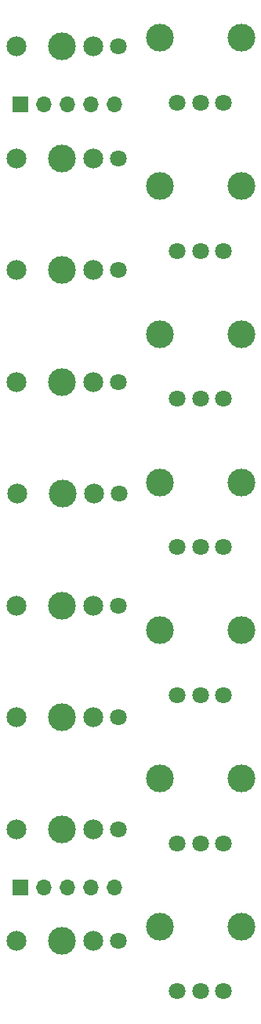
<source format=gbr>
G04 #@! TF.GenerationSoftware,KiCad,Pcbnew,(5.0.0-rc2-47-g52fceb3)*
G04 #@! TF.CreationDate,2018-07-16T10:42:13-05:00*
G04 #@! TF.ProjectId,nearness,6E6561726E6573732E6B696361645F70,rev?*
G04 #@! TF.SameCoordinates,Original*
G04 #@! TF.FileFunction,Soldermask,Top*
G04 #@! TF.FilePolarity,Negative*
%FSLAX46Y46*%
G04 Gerber Fmt 4.6, Leading zero omitted, Abs format (unit mm)*
G04 Created by KiCad (PCBNEW (5.0.0-rc2-47-g52fceb3)) date Monday, July 16, 2018 at 10:42:13 AM*
%MOMM*%
%LPD*%
G01*
G04 APERTURE LIST*
%ADD10C,1.800000*%
%ADD11C,3.000000*%
%ADD12R,1.700000X1.700000*%
%ADD13O,1.700000X1.700000*%
%ADD14C,2.150000*%
G04 APERTURE END LIST*
D10*
G04 #@! TO.C,RV1*
X20001900Y-12814380D03*
X22501900Y-12814380D03*
X25001900Y-12814380D03*
D11*
X18101900Y-5814380D03*
X26901900Y-5814380D03*
G04 #@! TD*
D10*
G04 #@! TO.C,RV2*
X20001900Y-28795380D03*
X22501900Y-28795380D03*
X25001900Y-28795380D03*
D11*
X18101900Y-21795380D03*
X26901900Y-21795380D03*
G04 #@! TD*
D10*
G04 #@! TO.C,RV3*
X20001900Y-44776380D03*
X22501900Y-44776380D03*
X25001900Y-44776380D03*
D11*
X18101900Y-37776380D03*
X26901900Y-37776380D03*
G04 #@! TD*
D10*
G04 #@! TO.C,RV4*
X20001900Y-60757380D03*
X22501900Y-60757380D03*
X25001900Y-60757380D03*
D11*
X18101900Y-53757380D03*
X26901900Y-53757380D03*
G04 #@! TD*
D10*
G04 #@! TO.C,RV5*
X20001900Y-76738380D03*
X22501900Y-76738380D03*
X25001900Y-76738380D03*
D11*
X18101900Y-69738380D03*
X26901900Y-69738380D03*
G04 #@! TD*
D10*
G04 #@! TO.C,RV6*
X20001900Y-92720380D03*
X22501900Y-92720380D03*
X25001900Y-92720380D03*
D11*
X18101900Y-85720380D03*
X26901900Y-85720380D03*
G04 #@! TD*
D10*
G04 #@! TO.C,RV7*
X20001900Y-108681380D03*
X22501900Y-108681380D03*
X25001900Y-108681380D03*
D11*
X18101900Y-101681380D03*
X26901900Y-101681380D03*
G04 #@! TD*
D12*
G04 #@! TO.C,J12*
X3000000Y-97445000D03*
D13*
X5540000Y-97445000D03*
X8080000Y-97445000D03*
X10620000Y-97445000D03*
X13160000Y-97445000D03*
G04 #@! TD*
G04 #@! TO.C,J11*
X13160000Y-13000000D03*
X10620000Y-13000000D03*
X8080000Y-13000000D03*
X5540000Y-13000000D03*
D12*
X3000000Y-13000000D03*
G04 #@! TD*
D11*
G04 #@! TO.C,J6*
X7500000Y-67065000D03*
D14*
X2580000Y-67065000D03*
X10880000Y-67065000D03*
D10*
X13596000Y-67065000D03*
G04 #@! TD*
D11*
G04 #@! TO.C,J5*
X7622000Y-55000000D03*
D14*
X2702000Y-55000000D03*
X11002000Y-55000000D03*
D10*
X13718000Y-55000000D03*
G04 #@! TD*
D11*
G04 #@! TO.C,J4*
X7500000Y-42935000D03*
D14*
X2580000Y-42935000D03*
X10880000Y-42935000D03*
D10*
X13596000Y-42935000D03*
G04 #@! TD*
D11*
G04 #@! TO.C,J3*
X7500000Y-30870000D03*
D14*
X2580000Y-30870000D03*
X10880000Y-30870000D03*
D10*
X13596000Y-30870000D03*
G04 #@! TD*
D11*
G04 #@! TO.C,J2*
X7500000Y-18805000D03*
D14*
X2580000Y-18805000D03*
X10880000Y-18805000D03*
D10*
X13596000Y-18805000D03*
G04 #@! TD*
D11*
G04 #@! TO.C,J1*
X7500000Y-6740000D03*
D14*
X2580000Y-6740000D03*
X10880000Y-6740000D03*
D10*
X13596000Y-6740000D03*
G04 #@! TD*
D11*
G04 #@! TO.C,J7*
X7500000Y-79130000D03*
D14*
X2580000Y-79130000D03*
X10880000Y-79130000D03*
D10*
X13596000Y-79130000D03*
G04 #@! TD*
D11*
G04 #@! TO.C,J8*
X7500000Y-91195000D03*
D14*
X2580000Y-91195000D03*
X10880000Y-91195000D03*
D10*
X13596000Y-91195000D03*
G04 #@! TD*
D11*
G04 #@! TO.C,J9*
X7500000Y-103260000D03*
D14*
X2580000Y-103260000D03*
X10880000Y-103260000D03*
D10*
X13596000Y-103260000D03*
G04 #@! TD*
M02*

</source>
